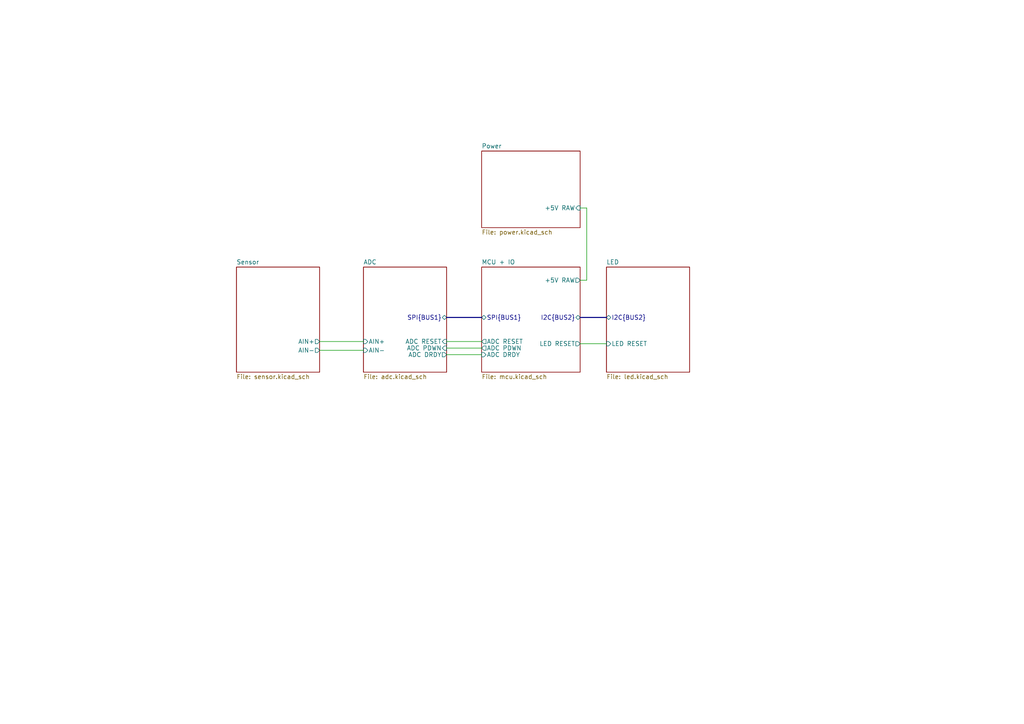
<source format=kicad_sch>
(kicad_sch (version 20211123) (generator eeschema)
  (paper "A4")
  (title_block (title "Development Board") (date "2023-01-23") (rev "2.1.1") (company "Plastic Scanner"))
  (lib_symbols)
  (bus (pts (xy 168.275 92.075) (xy 175.895 92.075)))
  (wire (pts (xy 92.71 99.06) (xy 105.41 99.06)))
  (wire (pts (xy 92.71 101.6) (xy 105.41 101.6)))
  (wire (pts (xy 129.54 99.06) (xy 139.7 99.06)))
  (wire (pts (xy 168.275 81.28) (xy 170.18 81.28)))
  (wire (pts (xy 170.18 81.28) (xy 170.18 60.325)))
  (bus (pts (xy 129.54 92.075) (xy 139.7 92.075)))
  (wire (pts (xy 168.275 60.325) (xy 170.18 60.325)))
  (wire (pts (xy 168.275 99.695) (xy 175.895 99.695)))
  (wire (pts (xy 129.54 102.87) (xy 139.7 102.87)))
  (wire (pts (xy 129.54 100.965) (xy 139.7 100.965)))
  (sheet (at 175.895 77.47) (size 24.13 30.48) (stroke (width 0.1524))
    (property "Sheet name" "LED" (at 175.895 76.7584 0) (effects (justify left bottom)))
    (property "Sheet file" "led.kicad_sch" (at 175.895 108.5346 0) (effects (justify left top)))
    (pin "LED RESET" input (at 175.895 99.695 180))
    (pin "I2C{BUS2}" bidirectional (at 175.895 92.075 180))
  )
  (sheet (at 139.7 43.815) (size 28.575 22.225) (stroke (width 0.1524))
    (property "Sheet name" "Power" (at 139.7 43.1034 0) (effects (justify left bottom)))
    (property "Sheet file" "power.kicad_sch" (at 139.7 66.6246 0) (effects (justify left top)))
    (pin "+5V RAW" input (at 168.275 60.325 0))
  )
  (sheet (at 68.58 77.47) (size 24.13 30.48) (stroke (width 0.1524))
    (property "Sheet name" "Sensor" (at 68.58 76.7584 0) (effects (justify left bottom)))
    (property "Sheet file" "sensor.kicad_sch" (at 68.58 108.5346 0) (effects (justify left top)))
    (pin "AIN-" output (at 92.71 101.6 0))
    (pin "AIN+" output (at 92.71 99.06 0))
  )
  (sheet (at 105.41 77.47) (size 24.13 30.48) (stroke (width 0.1524))
    (property "Sheet name" "ADC" (at 105.41 76.7584 0) (effects (justify left bottom)))
    (property "Sheet file" "adc.kicad_sch" (at 105.41 108.5346 0) (effects (justify left top)))
    (pin "AIN+" input (at 105.41 99.06 180))
    (pin "AIN-" input (at 105.41 101.6 180))
    (pin "ADC RESET" input (at 129.54 99.06 0))
    (pin "ADC PDWN" input (at 129.54 100.965 0))
    (pin "SPI{BUS1}" bidirectional (at 129.54 92.075 0))
    (pin "ADC DRDY" output (at 129.54 102.87 0))
  )
  (sheet (at 139.7 77.47) (size 28.575 30.48) (stroke (width 0.1524))
    (property "Sheet name" "MCU + IO" (at 139.7 76.7584 0) (effects (justify left bottom)))
    (property "Sheet file" "mcu.kicad_sch" (at 139.7 108.5346 0) (effects (justify left top)))
    (pin "SPI{BUS1}" bidirectional (at 139.7 92.075 180))
    (pin "ADC RESET" output (at 139.7 99.06 180))
    (pin "ADC PDWN" output (at 139.7 100.965 180))
    (pin "ADC DRDY" input (at 139.7 102.87 180))
    (pin "LED RESET" output (at 168.275 99.695 0))
    (pin "+5V RAW" output (at 168.275 81.28 0))
    (pin "I2C{BUS2}" bidirectional (at 168.275 92.075 0))
  )
)
</source>
